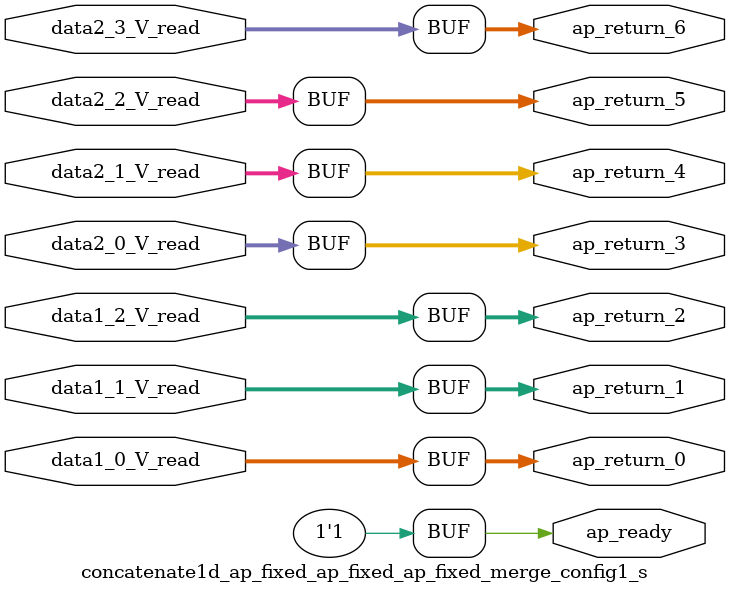
<source format=v>

`timescale 1 ns / 1 ps 

module concatenate1d_ap_fixed_ap_fixed_ap_fixed_merge_config1_s (
        ap_ready,
        data1_0_V_read,
        data1_1_V_read,
        data1_2_V_read,
        data2_0_V_read,
        data2_1_V_read,
        data2_2_V_read,
        data2_3_V_read,
        ap_return_0,
        ap_return_1,
        ap_return_2,
        ap_return_3,
        ap_return_4,
        ap_return_5,
        ap_return_6
);


output   ap_ready;
input  [15:0] data1_0_V_read;
input  [15:0] data1_1_V_read;
input  [15:0] data1_2_V_read;
input  [15:0] data2_0_V_read;
input  [15:0] data2_1_V_read;
input  [15:0] data2_2_V_read;
input  [15:0] data2_3_V_read;
output  [15:0] ap_return_0;
output  [15:0] ap_return_1;
output  [15:0] ap_return_2;
output  [15:0] ap_return_3;
output  [15:0] ap_return_4;
output  [15:0] ap_return_5;
output  [15:0] ap_return_6;

assign ap_ready = 1'b1;

assign ap_return_0 = data1_0_V_read;

assign ap_return_1 = data1_1_V_read;

assign ap_return_2 = data1_2_V_read;

assign ap_return_3 = data2_0_V_read;

assign ap_return_4 = data2_1_V_read;

assign ap_return_5 = data2_2_V_read;

assign ap_return_6 = data2_3_V_read;

endmodule //concatenate1d_ap_fixed_ap_fixed_ap_fixed_merge_config1_s

</source>
